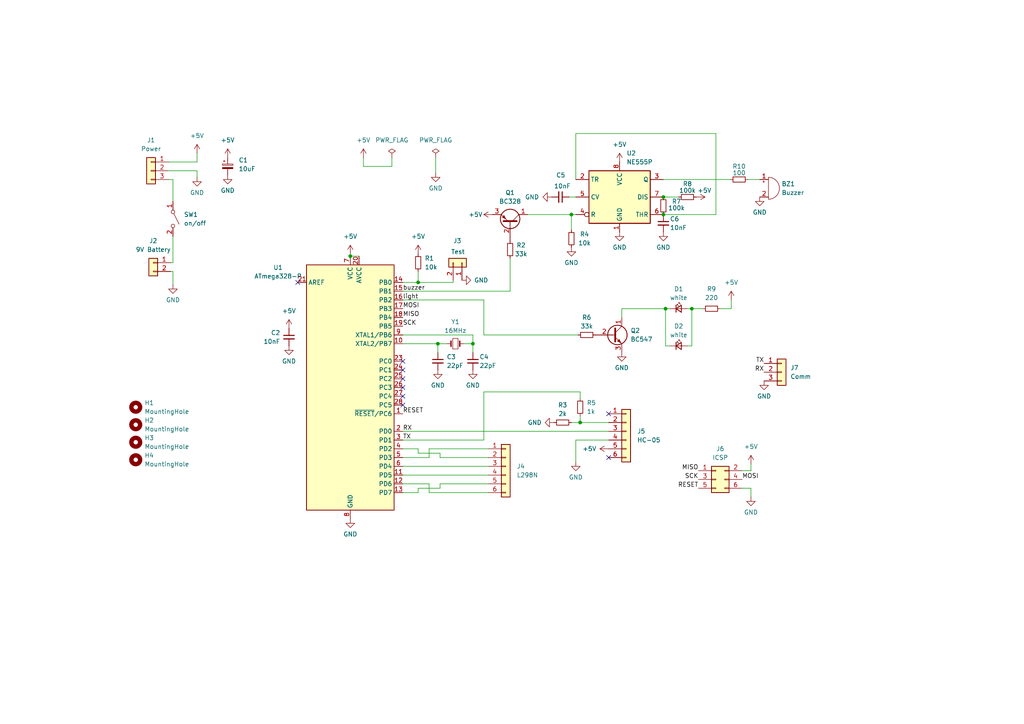
<source format=kicad_sch>
(kicad_sch (version 20211123) (generator eeschema)
  (paper "A4")
  (lib_symbols
    (symbol "Connector_Generic:Conn_01x02" (pin_names (offset 1.016) hide)
      (property "Reference" "J" (at 0 2.54 0))
      (property "Value" "Conn_01x02" (at 0 -5.08 0))
      (symbol "Conn_01x02_1_1"
        (rectangle (start -1.27 -2.413) (end 0 -2.667) (stroke (width 0.1524)))
        (rectangle (start -1.27 0.127) (end 0 -0.127) (stroke (width 0.1524)))
        (rectangle (start -1.27 1.27) (end 1.27 -3.81) (stroke (width 0.254)) (fill (type background)))
        (pin passive line (at -5.08 0 0) (length 3.81) (name "Pin_1") (number "1"))
        (pin passive line (at -5.08 -2.54 0) (length 3.81) (name "Pin_2") (number "2"))
      )
    )
    (symbol "Connector_Generic:Conn_01x03" (pin_names (offset 1.016) hide)
      (property "Reference" "J" (at 0 5.08 0))
      (property "Value" "Conn_01x03" (at 0 -5.08 0))
      (symbol "Conn_01x03_1_1"
        (rectangle (start -1.27 -2.413) (end 0 -2.667) (stroke (width 0.1524)))
        (rectangle (start -1.27 0.127) (end 0 -0.127) (stroke (width 0.1524)))
        (rectangle (start -1.27 2.667) (end 0 2.413) (stroke (width 0.1524)))
        (rectangle (start -1.27 3.81) (end 1.27 -3.81) (stroke (width 0.254)) (fill (type background)))
        (pin passive line (at -5.08 2.54 0) (length 3.81) (name "Pin_1") (number "1"))
        (pin passive line (at -5.08 0 0) (length 3.81) (name "Pin_2") (number "2"))
        (pin passive line (at -5.08 -2.54 0) (length 3.81) (name "Pin_3") (number "3"))
      )
    )
    (symbol "Connector_Generic:Conn_01x06" (pin_names (offset 1.016) hide)
      (property "Reference" "J" (at 0 7.62 0))
      (property "Value" "Conn_01x06" (at 0 -10.16 0))
      (symbol "Conn_01x06_1_1"
        (rectangle (start -1.27 -7.493) (end 0 -7.747) (stroke (width 0.1524)))
        (rectangle (start -1.27 -4.953) (end 0 -5.207) (stroke (width 0.1524)))
        (rectangle (start -1.27 -2.413) (end 0 -2.667) (stroke (width 0.1524)))
        (rectangle (start -1.27 0.127) (end 0 -0.127) (stroke (width 0.1524)))
        (rectangle (start -1.27 2.667) (end 0 2.413) (stroke (width 0.1524)))
        (rectangle (start -1.27 5.207) (end 0 4.953) (stroke (width 0.1524)))
        (rectangle (start -1.27 6.35) (end 1.27 -8.89) (stroke (width 0.254)) (fill (type background)))
        (pin passive line (at -5.08 5.08 0) (length 3.81) (name "Pin_1") (number "1"))
        (pin passive line (at -5.08 2.54 0) (length 3.81) (name "Pin_2") (number "2"))
        (pin passive line (at -5.08 0 0) (length 3.81) (name "Pin_3") (number "3"))
        (pin passive line (at -5.08 -2.54 0) (length 3.81) (name "Pin_4") (number "4"))
        (pin passive line (at -5.08 -5.08 0) (length 3.81) (name "Pin_5") (number "5"))
        (pin passive line (at -5.08 -7.62 0) (length 3.81) (name "Pin_6") (number "6"))
      )
    )
    (symbol "Connector_Generic:Conn_02x03_Odd_Even" (pin_names (offset 1.016) hide)
      (property "Reference" "J" (at 1.27 5.08 0))
      (property "Value" "Conn_02x03_Odd_Even" (at 1.27 -5.08 0))
      (symbol "Conn_02x03_Odd_Even_1_1"
        (rectangle (start -1.27 -2.413) (end 0 -2.667) (stroke (width 0.1524)))
        (rectangle (start -1.27 0.127) (end 0 -0.127) (stroke (width 0.1524)))
        (rectangle (start -1.27 2.667) (end 0 2.413) (stroke (width 0.1524)))
        (rectangle (start -1.27 3.81) (end 3.81 -3.81) (stroke (width 0.254)) (fill (type background)))
        (rectangle (start 3.81 -2.413) (end 2.54 -2.667) (stroke (width 0.1524)))
        (rectangle (start 3.81 0.127) (end 2.54 -0.127) (stroke (width 0.1524)))
        (rectangle (start 3.81 2.667) (end 2.54 2.413) (stroke (width 0.1524)))
        (pin passive line (at -5.08 2.54 0) (length 3.81) (name "Pin_1") (number "1"))
        (pin passive line (at 7.62 2.54 180) (length 3.81) (name "Pin_2") (number "2"))
        (pin passive line (at -5.08 0 0) (length 3.81) (name "Pin_3") (number "3"))
        (pin passive line (at 7.62 0 180) (length 3.81) (name "Pin_4") (number "4"))
        (pin passive line (at -5.08 -2.54 0) (length 3.81) (name "Pin_5") (number "5"))
        (pin passive line (at 7.62 -2.54 180) (length 3.81) (name "Pin_6") (number "6"))
      )
    )
    (symbol "Device:Buzzer" (pin_names (offset 0.0254) hide)
      (property "Reference" "BZ" (at 3.81 1.27 0))
      (property "Value" "Buzzer" (at 3.81 -1.27 0))
      (symbol "Buzzer_0_1"
        (arc (start 0 -3.175) (mid 3.175 0) (end 0 3.175))
        (polyline (pts (xy -1.651 1.905) (xy -1.143 1.905)))
        (polyline (pts (xy -1.397 2.159) (xy -1.397 1.651)))
        (polyline (pts (xy 0 3.175) (xy 0 -3.175)))
      )
      (symbol "Buzzer_1_1"
        (pin passive line (at -2.54 2.54 0) (length 2.54) (name "-") (number "1"))
        (pin passive line (at -2.54 -2.54 0) (length 2.54) (name "+") (number "2"))
      )
    )
    (symbol "Device:C_Polarized_Small" (pin_numbers hide) (pin_names (offset 0.254) hide)
      (property "Reference" "C" (at 0.254 1.778 0))
      (property "Value" "C_Polarized_Small" (at 0.254 -2.032 0))
      (symbol "C_Polarized_Small_0_1"
        (rectangle (start -1.524 -0.3048) (end 1.524 -0.6858) (fill (type outline)))
        (rectangle (start -1.524 0.6858) (end 1.524 0.3048))
        (polyline (pts (xy -1.27 1.524) (xy -0.762 1.524)))
        (polyline (pts (xy -1.016 1.27) (xy -1.016 1.778)))
      )
      (symbol "C_Polarized_Small_1_1"
        (pin passive line (at 0 2.54 270) (length 1.8542) (name "~") (number "1"))
        (pin passive line (at 0 -2.54 90) (length 1.8542) (name "~") (number "2"))
      )
    )
    (symbol "Device:C_Small" (pin_numbers hide) (pin_names (offset 0.254) hide)
      (property "Reference" "C" (at 0.254 1.778 0))
      (property "Value" "C_Small" (at 0.254 -2.032 0))
      (symbol "C_Small_0_1"
        (polyline (pts (xy -1.524 -0.508) (xy 1.524 -0.508)) (stroke (width 0.3302)))
        (polyline (pts (xy -1.524 0.508) (xy 1.524 0.508)) (stroke (width 0.3048)))
      )
      (symbol "C_Small_1_1"
        (pin passive line (at 0 2.54 270) (length 2.032) (name "~") (number "1"))
        (pin passive line (at 0 -2.54 90) (length 2.032) (name "~") (number "2"))
      )
    )
    (symbol "Device:Crystal_Small" (pin_numbers hide) (pin_names (offset 1.016) hide)
      (property "Reference" "Y" (at 0 2.54 0))
      (property "Value" "Crystal_Small" (at 0 -2.54 0))
      (symbol "Crystal_Small_0_1"
        (rectangle (start -0.762 -1.524) (end 0.762 1.524))
        (polyline (pts (xy -1.27 -0.762) (xy -1.27 0.762)) (stroke (width 0.381)))
        (polyline (pts (xy 1.27 -0.762) (xy 1.27 0.762)) (stroke (width 0.381)))
      )
      (symbol "Crystal_Small_1_1"
        (pin passive line (at -2.54 0 0) (length 1.27) (name "1") (number "1"))
        (pin passive line (at 2.54 0 180) (length 1.27) (name "2") (number "2"))
      )
    )
    (symbol "Device:LED_Small" (pin_numbers hide) (pin_names (offset 0.254) hide)
      (property "Reference" "D" (at -1.27 3.175 0))
      (property "Value" "LED_Small" (at -4.445 -2.54 0))
      (symbol "LED_Small_0_1"
        (polyline (pts (xy -0.762 -1.016) (xy -0.762 1.016)) (stroke (width 0.254)))
        (polyline (pts (xy 1.016 0) (xy -0.762 0)))
        (polyline (pts (xy 0.762 -1.016) (xy -0.762 0) (xy 0.762 1.016) (xy 0.762 -1.016)) (stroke (width 0.254)))
        (polyline (pts (xy 0 0.762) (xy -0.508 1.27) (xy -0.254 1.27) (xy -0.508 1.27) (xy -0.508 1.016)))
        (polyline (pts (xy 0.508 1.27) (xy 0 1.778) (xy 0.254 1.778) (xy 0 1.778) (xy 0 1.524)))
      )
      (symbol "LED_Small_1_1"
        (pin passive line (at -2.54 0 0) (length 1.778) (name "K") (number "1"))
        (pin passive line (at 2.54 0 180) (length 1.778) (name "A") (number "2"))
      )
    )
    (symbol "Device:R_Small" (pin_numbers hide) (pin_names (offset 0.254) hide)
      (property "Reference" "R" (at 0.762 0.508 0))
      (property "Value" "R_Small" (at 0.762 -1.016 0))
      (symbol "R_Small_0_1"
        (rectangle (start -0.762 1.778) (end 0.762 -1.778) (stroke (width 0.2032)))
      )
      (symbol "R_Small_1_1"
        (pin passive line (at 0 2.54 270) (length 0.762) (name "~") (number "1"))
        (pin passive line (at 0 -2.54 90) (length 0.762) (name "~") (number "2"))
      )
    )
    (symbol "MCU_Microchip_ATmega:ATmega328-P"
      (property "Reference" "U" (at -12.7 36.83 0))
      (property "Value" "ATmega328-P" (at 2.54 -36.83 0))
      (symbol "ATmega328-P_0_1"
        (rectangle (start -12.7 -35.56) (end 12.7 35.56) (stroke (width 0.254)) (fill (type background)))
      )
      (symbol "ATmega328-P_1_1"
        (pin bidirectional line (at 15.24 -7.62 180) (length 2.54) (name "~{RESET}/PC6") (number "1"))
        (pin bidirectional line (at 15.24 12.7 180) (length 2.54) (name "XTAL2/PB7") (number "10"))
        (pin bidirectional line (at 15.24 -25.4 180) (length 2.54) (name "PD5") (number "11"))
        (pin bidirectional line (at 15.24 -27.94 180) (length 2.54) (name "PD6") (number "12"))
        (pin bidirectional line (at 15.24 -30.48 180) (length 2.54) (name "PD7") (number "13"))
        (pin bidirectional line (at 15.24 30.48 180) (length 2.54) (name "PB0") (number "14"))
        (pin bidirectional line (at 15.24 27.94 180) (length 2.54) (name "PB1") (number "15"))
        (pin bidirectional line (at 15.24 25.4 180) (length 2.54) (name "PB2") (number "16"))
        (pin bidirectional line (at 15.24 22.86 180) (length 2.54) (name "PB3") (number "17"))
        (pin bidirectional line (at 15.24 20.32 180) (length 2.54) (name "PB4") (number "18"))
        (pin bidirectional line (at 15.24 17.78 180) (length 2.54) (name "PB5") (number "19"))
        (pin bidirectional line (at 15.24 -12.7 180) (length 2.54) (name "PD0") (number "2"))
        (pin power_in line (at 2.54 38.1 270) (length 2.54) (name "AVCC") (number "20"))
        (pin passive line (at -15.24 30.48 0) (length 2.54) (name "AREF") (number "21"))
        (pin passive line (at 0 -38.1 90) (length 2.54) hide (name "GND") (number "22"))
        (pin bidirectional line (at 15.24 7.62 180) (length 2.54) (name "PC0") (number "23"))
        (pin bidirectional line (at 15.24 5.08 180) (length 2.54) (name "PC1") (number "24"))
        (pin bidirectional line (at 15.24 2.54 180) (length 2.54) (name "PC2") (number "25"))
        (pin bidirectional line (at 15.24 0 180) (length 2.54) (name "PC3") (number "26"))
        (pin bidirectional line (at 15.24 -2.54 180) (length 2.54) (name "PC4") (number "27"))
        (pin bidirectional line (at 15.24 -5.08 180) (length 2.54) (name "PC5") (number "28"))
        (pin bidirectional line (at 15.24 -15.24 180) (length 2.54) (name "PD1") (number "3"))
        (pin bidirectional line (at 15.24 -17.78 180) (length 2.54) (name "PD2") (number "4"))
        (pin bidirectional line (at 15.24 -20.32 180) (length 2.54) (name "PD3") (number "5"))
        (pin bidirectional line (at 15.24 -22.86 180) (length 2.54) (name "PD4") (number "6"))
        (pin power_in line (at 0 38.1 270) (length 2.54) (name "VCC") (number "7"))
        (pin power_in line (at 0 -38.1 90) (length 2.54) (name "GND") (number "8"))
        (pin bidirectional line (at 15.24 15.24 180) (length 2.54) (name "XTAL1/PB6") (number "9"))
      )
    )
    (symbol "Mechanical:MountingHole" (pin_names (offset 1.016))
      (property "Reference" "H" (at 0 5.08 0))
      (property "Value" "MountingHole" (at 0 3.175 0))
      (symbol "MountingHole_0_1"
        (circle (center 0 0) (radius 1.27) (stroke (width 1.27)))
      )
    )
    (symbol "Switch:SW_SPST" (pin_names (offset 0) hide)
      (property "Reference" "SW" (at 0 3.175 0))
      (property "Value" "SW_SPST" (at 0 -2.54 0))
      (symbol "SW_SPST_0_0"
        (circle (center -2.032 0) (radius 0.508))
        (polyline (pts (xy -1.524 0.254) (xy 1.524 1.778)))
        (circle (center 2.032 0) (radius 0.508))
      )
      (symbol "SW_SPST_1_1"
        (pin passive line (at -5.08 0 0) (length 2.54) (name "A") (number "1"))
        (pin passive line (at 5.08 0 180) (length 2.54) (name "B") (number "2"))
      )
    )
    (symbol "Timer:NE555P"
      (property "Reference" "U" (at -10.16 8.89 0))
      (property "Value" "NE555P" (at 2.54 8.89 0))
      (symbol "NE555P_0_0"
        (pin power_in line (at 0 -10.16 90) (length 2.54) (name "GND") (number "1"))
        (pin power_in line (at 0 10.16 270) (length 2.54) (name "VCC") (number "8"))
      )
      (symbol "NE555P_0_1"
        (rectangle (start -8.89 -7.62) (end 8.89 7.62) (stroke (width 0.254)) (fill (type background)))
        (rectangle (start -8.89 -7.62) (end 8.89 7.62) (stroke (width 0.254)) (fill (type background)))
      )
      (symbol "NE555P_1_1"
        (pin input line (at -12.7 5.08 0) (length 3.81) (name "TR") (number "2"))
        (pin output line (at 12.7 5.08 180) (length 3.81) (name "Q") (number "3"))
        (pin input inverted (at -12.7 -5.08 0) (length 3.81) (name "R") (number "4"))
        (pin input line (at -12.7 0 0) (length 3.81) (name "CV") (number "5"))
        (pin input line (at 12.7 -5.08 180) (length 3.81) (name "THR") (number "6"))
        (pin input line (at 12.7 0 180) (length 3.81) (name "DIS") (number "7"))
      )
    )
    (symbol "Transistor_BJT:BC328" (pin_names (offset 0) hide)
      (property "Reference" "Q" (at 5.08 1.905 0))
      (property "Value" "BC328" (at 5.08 0 0))
      (symbol "BC328_0_1"
        (polyline (pts (xy 0.635 0.635) (xy 2.54 2.54)))
        (polyline (pts (xy 0.635 -0.635) (xy 2.54 -2.54) (xy 2.54 -2.54)))
        (polyline (pts (xy 0.635 1.905) (xy 0.635 -1.905) (xy 0.635 -1.905)) (stroke (width 0.508)))
        (polyline (pts (xy 2.286 -1.778) (xy 1.778 -2.286) (xy 1.27 -1.27) (xy 2.286 -1.778) (xy 2.286 -1.778)) (fill (type outline)))
        (circle (center 1.27 0) (radius 2.8194) (stroke (width 0.254)))
      )
      (symbol "BC328_1_1"
        (pin passive line (at 2.54 5.08 270) (length 2.54) (name "C") (number "1"))
        (pin input line (at -5.08 0 0) (length 5.715) (name "B") (number "2"))
        (pin passive line (at 2.54 -5.08 90) (length 2.54) (name "E") (number "3"))
      )
    )
    (symbol "Transistor_BJT:BC547" (pin_names (offset 0) hide)
      (property "Reference" "Q" (at 5.08 1.905 0))
      (property "Value" "BC547" (at 5.08 0 0))
      (symbol "BC547_0_1"
        (polyline (pts (xy 0 0) (xy 0.635 0)))
        (polyline (pts (xy 0.635 0.635) (xy 2.54 2.54)))
        (polyline (pts (xy 0.635 -0.635) (xy 2.54 -2.54) (xy 2.54 -2.54)))
        (polyline (pts (xy 0.635 1.905) (xy 0.635 -1.905) (xy 0.635 -1.905)) (stroke (width 0.508)))
        (polyline (pts (xy 1.27 -1.778) (xy 1.778 -1.27) (xy 2.286 -2.286) (xy 1.27 -1.778) (xy 1.27 -1.778)) (fill (type outline)))
        (circle (center 1.27 0) (radius 2.8194) (stroke (width 0.254)))
      )
      (symbol "BC547_1_1"
        (pin passive line (at 2.54 5.08 270) (length 2.54) (name "C") (number "1"))
        (pin input line (at -5.08 0 0) (length 5.08) (name "B") (number "2"))
        (pin passive line (at 2.54 -5.08 90) (length 2.54) (name "E") (number "3"))
      )
    )
    (symbol "power:+5V" (power) (pin_names (offset 0))
      (property "Value" "+5V" (at 0 3.556 0))
      (symbol "+5V_0_1"
        (polyline (pts (xy -0.762 1.27) (xy 0 2.54)))
        (polyline (pts (xy 0 0) (xy 0 2.54)))
        (polyline (pts (xy 0 2.54) (xy 0.762 1.27)))
      )
      (symbol "+5V_1_1"
        (pin power_in line (at 0 0 90) (length 0) hide (name "+5V") (number "1"))
      )
    )
    (symbol "power:GND" (power) (pin_names (offset 0))
      (property "Value" "GND" (at 0 -3.81 0))
      (symbol "GND_0_1"
        (polyline (pts (xy 0 0) (xy 0 -1.27) (xy 1.27 -1.27) (xy 0 -2.54) (xy -1.27 -1.27) (xy 0 -1.27)))
      )
      (symbol "GND_1_1"
        (pin power_in line (at 0 0 270) (length 0) hide (name "GND") (number "1"))
      )
    )
    (symbol "power:PWR_FLAG" (power) (pin_numbers hide) (pin_names (offset 0) hide)
      (property "Value" "PWR_FLAG" (at 0 3.81 0))
      (symbol "PWR_FLAG_0_0"
        (pin power_out line (at 0 0 90) (length 0) (name "pwr") (number "1"))
      )
      (symbol "PWR_FLAG_0_1"
        (polyline (pts (xy 0 0) (xy 0 1.27) (xy -1.016 1.905) (xy 0 2.54) (xy 1.016 1.905) (xy 0 1.27)))
      )
    )
  )
  (junction (at 192.405 62.23))
  (junction (at 101.6 74.295))
  (junction (at 193.04 89.535))
  (junction (at 127 99.695))
  (junction (at 165.735 62.23))
  (junction (at 168.275 122.555))
  (junction (at 200.66 89.535))
  (junction (at 137.16 99.695))
  (junction (at 192.405 57.15))
  (junction (at 121.285 81.915))
  (no_connect (at 116.84 109.855))
  (no_connect (at 116.84 112.395))
  (no_connect (at 116.84 114.935))
  (no_connect (at 116.84 117.475))
  (no_connect (at 86.36 81.915))
  (no_connect (at 116.84 107.315))
  (no_connect (at 116.84 104.775))
  (no_connect (at 176.53 120.015))
  (no_connect (at 176.53 132.715))
  (wire (pts (xy 137.16 97.155) (xy 137.16 99.695)))
  (wire (pts (xy 153.035 62.23) (xy 165.735 62.23)))
  (wire (pts (xy 121.285 81.915) (xy 131.445 81.915)))
  (wire (pts (xy 147.955 84.455) (xy 116.84 84.455)))
  (wire (pts (xy 116.84 137.795) (xy 141.605 137.795)))
  (wire (pts (xy 127.635 140.335) (xy 141.605 140.335)))
  (wire (pts (xy 116.84 142.875) (xy 121.285 142.875)))
  (wire (pts (xy 124.46 132.715) (xy 116.84 132.715)))
  (wire (pts (xy 167.005 52.07) (xy 167.005 38.735)))
  (wire (pts (xy 199.39 89.535) (xy 200.66 89.535)))
  (wire (pts (xy 116.84 99.695) (xy 127 99.695)))
  (wire (pts (xy 116.84 86.995) (xy 140.335 86.995)))
  (wire (pts (xy 121.285 78.74) (xy 121.285 81.915)))
  (wire (pts (xy 192.405 52.07) (xy 211.836 52.07)))
  (wire (pts (xy 116.84 125.095) (xy 176.53 125.095)))
  (wire (pts (xy 176.53 127.635) (xy 167.005 127.635)))
  (wire (pts (xy 50.165 52.07) (xy 50.165 58.42)))
  (wire (pts (xy 192.405 57.15) (xy 196.85 57.15)))
  (wire (pts (xy 116.84 140.335) (xy 124.46 140.335)))
  (wire (pts (xy 57.15 49.53) (xy 57.15 51.435)))
  (wire (pts (xy 48.895 52.07) (xy 50.165 52.07)))
  (wire (pts (xy 208.915 89.535) (xy 212.09 89.535)))
  (wire (pts (xy 193.04 89.535) (xy 194.31 89.535)))
  (wire (pts (xy 48.895 46.99) (xy 57.15 46.99)))
  (wire (pts (xy 116.84 81.915) (xy 121.285 81.915)))
  (wire (pts (xy 168.275 113.665) (xy 140.335 113.665)))
  (wire (pts (xy 116.84 97.155) (xy 137.16 97.155)))
  (wire (pts (xy 200.66 89.535) (xy 200.66 100.33)))
  (wire (pts (xy 147.955 74.93) (xy 147.955 84.455)))
  (wire (pts (xy 48.895 49.53) (xy 57.15 49.53)))
  (wire (pts (xy 105.41 48.26) (xy 113.665 48.26)))
  (wire (pts (xy 127 99.695) (xy 129.54 99.695)))
  (wire (pts (xy 141.605 130.175) (xy 124.46 130.175)))
  (wire (pts (xy 124.46 142.875) (xy 141.605 142.875)))
  (wire (pts (xy 105.41 45.72) (xy 105.41 48.26)))
  (wire (pts (xy 167.005 127.635) (xy 167.005 133.985)))
  (wire (pts (xy 165.1 57.15) (xy 167.005 57.15)))
  (wire (pts (xy 127 99.695) (xy 127 102.235)))
  (wire (pts (xy 194.31 100.33) (xy 193.04 100.33)))
  (wire (pts (xy 116.84 130.175) (xy 121.285 130.175)))
  (wire (pts (xy 101.6 73.66) (xy 101.6 74.295)))
  (wire (pts (xy 212.09 86.995) (xy 212.09 89.535)))
  (wire (pts (xy 165.735 62.23) (xy 165.735 66.675)))
  (wire (pts (xy 217.805 136.525) (xy 217.805 134.62)))
  (wire (pts (xy 113.665 48.26) (xy 113.665 45.72)))
  (wire (pts (xy 124.46 130.175) (xy 124.46 132.715)))
  (wire (pts (xy 215.265 136.525) (xy 217.805 136.525)))
  (wire (pts (xy 57.15 46.99) (xy 57.15 44.45)))
  (wire (pts (xy 137.16 99.695) (xy 137.16 102.235)))
  (wire (pts (xy 140.335 97.155) (xy 140.335 86.995)))
  (wire (pts (xy 134.62 99.695) (xy 137.16 99.695)))
  (wire (pts (xy 124.46 140.335) (xy 124.46 142.875)))
  (wire (pts (xy 121.285 141.605) (xy 127.635 141.605)))
  (wire (pts (xy 168.275 122.555) (xy 176.53 122.555)))
  (wire (pts (xy 127.635 132.715) (xy 141.605 132.715)))
  (wire (pts (xy 193.04 89.535) (xy 193.04 100.33)))
  (wire (pts (xy 127.635 140.335) (xy 127.635 141.605)))
  (wire (pts (xy 207.645 38.735) (xy 207.645 62.23)))
  (wire (pts (xy 126.365 45.72) (xy 126.365 50.165)))
  (wire (pts (xy 180.34 89.535) (xy 193.04 89.535)))
  (wire (pts (xy 167.005 38.735) (xy 207.645 38.735)))
  (wire (pts (xy 131.445 81.28) (xy 131.445 81.915)))
  (wire (pts (xy 50.165 78.74) (xy 49.53 78.74)))
  (wire (pts (xy 199.39 100.33) (xy 200.66 100.33)))
  (wire (pts (xy 168.275 115.57) (xy 168.275 113.665)))
  (wire (pts (xy 50.165 82.55) (xy 50.165 78.74)))
  (wire (pts (xy 200.66 89.535) (xy 203.835 89.535)))
  (wire (pts (xy 167.005 62.23) (xy 165.735 62.23)))
  (wire (pts (xy 50.165 68.58) (xy 50.165 76.2)))
  (wire (pts (xy 216.916 52.07) (xy 220.345 52.07)))
  (wire (pts (xy 140.335 113.665) (xy 140.335 127.635)))
  (wire (pts (xy 140.335 97.155) (xy 167.64 97.155)))
  (wire (pts (xy 215.265 141.605) (xy 217.805 141.605)))
  (wire (pts (xy 121.285 142.875) (xy 121.285 141.605)))
  (wire (pts (xy 116.84 135.255) (xy 141.605 135.255)))
  (wire (pts (xy 121.285 131.445) (xy 127.635 131.445)))
  (wire (pts (xy 207.645 62.23) (xy 192.405 62.23)))
  (wire (pts (xy 49.53 76.2) (xy 50.165 76.2)))
  (wire (pts (xy 168.275 120.65) (xy 168.275 122.555)))
  (wire (pts (xy 165.735 122.555) (xy 168.275 122.555)))
  (wire (pts (xy 180.34 89.535) (xy 180.34 92.075)))
  (wire (pts (xy 217.805 141.605) (xy 217.805 144.145)))
  (wire (pts (xy 101.6 74.295) (xy 104.14 74.295)))
  (wire (pts (xy 121.285 130.175) (xy 121.285 131.445)))
  (wire (pts (xy 127.635 132.715) (xy 127.635 131.445)))
  (wire (pts (xy 140.335 127.635) (xy 116.84 127.635)))
  (label "light" (at 116.84 86.995 0))
  (label "TX" (at 221.615 105.41 180))
  (label "RX" (at 221.615 107.95 180))
  (label "MISO" (at 116.84 92.075 0))
  (label "MOSI" (at 116.84 89.535 0))
  (label "TX" (at 116.84 127.635 0))
  (label "RESET" (at 202.565 141.605 180))
  (label "MOSI" (at 215.265 139.065 0))
  (label "buzzer" (at 116.84 84.455 0))
  (label "RESET" (at 116.84 120.015 0))
  (label "SCK" (at 116.84 94.615 0))
  (label "MISO" (at 202.565 136.525 180))
  (label "RX" (at 116.84 125.095 0))
  (label "SCK" (at 202.565 139.065 180))
  (symbol (lib_id "Mechanical:MountingHole") (at 39.37 128.27 0) (unit 1)
    (property "Reference" "H3" (at 41.91 126.9999 0) (effects (justify left)))
    (property "Value" "MountingHole" (at 41.91 129.5399 0) (effects (justify left)))
    (property "Footprint" "MountingHole:MountingHole_3mm" (effects hide))
  )
  (symbol (lib_id "power:GND") (at 57.15 51.435 0) (unit 1)
    (property "Reference" "#PWR03" (effects hide))
    (property "Value" "GND" (at 57.15 55.88 0))
  )
  (symbol (lib_id "power:+5V") (at 66.04 45.72 0) (unit 1)
    (property "Reference" "#PWR04" (effects hide))
    (property "Value" "+5V" (at 66.04 40.64 0))
  )
  (symbol (lib_id "power:GND") (at 220.345 57.15 0) (unit 1)
    (property "Reference" "#PWR030" (effects hide))
    (property "Value" "GND" (at 220.345 61.595 0))
  )
  (symbol (lib_id "power:+5V") (at 121.285 73.66 0) (unit 1)
    (property "Reference" "#PWR011" (effects hide))
    (property "Value" "+5V" (at 121.285 68.58 0))
  )
  (symbol (lib_id "power:+5V") (at 142.875 62.23 90) (unit 1)
    (property "Reference" "#PWR016" (effects hide))
    (property "Value" "+5V" (at 135.89 62.23 90) (effects (justify right)))
  )
  (symbol (lib_id "power:GND") (at 137.16 107.315 0) (unit 1)
    (property "Reference" "#PWR015" (effects hide))
    (property "Value" "GND" (at 137.16 111.76 0))
  )
  (symbol (lib_id "power:GND") (at 50.165 82.55 0) (unit 1)
    (property "Reference" "#PWR01" (effects hide))
    (property "Value" "GND" (at 50.165 86.995 0))
  )
  (symbol (lib_id "Device:C_Small") (at 127 104.775 0) (unit 1)
    (property "Reference" "C3" (at 129.54 103.505 0) (effects (justify left)))
    (property "Value" "22pF" (at 129.54 106.045 0) (effects (justify left)))
    (property "Footprint" "Capacitor_THT:C_Disc_D3.0mm_W2.0mm_P2.50mm" (effects hide))
  )
  (symbol (lib_id "power:GND") (at 221.615 110.49 0) (unit 1)
    (property "Reference" "#PWR031" (effects hide))
    (property "Value" "GND" (at 221.615 114.935 0))
  )
  (symbol (lib_id "power:GND") (at 126.365 50.165 0) (unit 1)
    (property "Reference" "#PWR012" (effects hide))
    (property "Value" "GND" (at 126.365 54.61 0))
  )
  (symbol (lib_id "Mechanical:MountingHole") (at 39.37 133.35 0) (unit 1)
    (property "Reference" "H4" (at 41.91 132.0799 0) (effects (justify left)))
    (property "Value" "MountingHole" (at 41.91 134.6199 0) (effects (justify left)))
    (property "Footprint" "MountingHole:MountingHole_3mm" (effects hide))
  )
  (symbol (lib_id "power:+5V") (at 101.6 73.66 0) (unit 1)
    (property "Reference" "#PWR08" (effects hide))
    (property "Value" "+5V" (at 101.6 68.58 0))
  )
  (symbol (lib_id "power:+5V") (at 83.82 95.25 0) (unit 1)
    (property "Reference" "#PWR06" (effects hide))
    (property "Value" "+5V" (at 83.82 90.17 0))
  )
  (symbol (lib_id "power:GND") (at 160.02 57.15 270) (unit 1)
    (property "Reference" "#PWR017" (effects hide))
    (property "Value" "GND" (at 154.305 57.15 90))
  )
  (symbol (lib_id "power:+5V") (at 217.805 134.62 0) (unit 1)
    (property "Reference" "#PWR028" (effects hide))
    (property "Value" "+5V" (at 217.805 129.54 0))
  )
  (symbol (lib_id "power:+5V") (at 201.93 57.15 270) (mirror x) (unit 1)
    (property "Reference" "#PWR026" (effects hide))
    (property "Value" "+5V" (at 206.375 55.245 90) (effects (justify right)))
  )
  (symbol (lib_id "Device:R_Small") (at 192.405 59.69 0) (unit 1)
    (property "Reference" "R7" (at 196.215 58.42 0))
    (property "Value" "100k" (at 196.215 60.325 0))
    (property "Footprint" "Resistor_THT:R_Axial_DIN0207_L6.3mm_D2.5mm_P7.62mm_Horizontal" (effects hide))
  )
  (symbol (lib_id "Transistor_BJT:BC328") (at 147.955 64.77 270) (mirror x) (unit 1)
    (property "Reference" "Q1" (at 147.955 55.88 90))
    (property "Value" "BC328" (at 147.955 58.42 90))
    (property "Footprint" "Package_TO_SOT_THT:TO-92_Inline" (effects hide))
    (property "Datasheet" "http://www.redrok.com/PNP_BC327_-45V_-800mA_0.625W_Hfe100_TO-92.pdf" (effects hide))
  )
  (symbol (lib_id "power:+5V") (at 179.705 46.99 0) (unit 1)
    (property "Reference" "#PWR022" (effects hide))
    (property "Value" "+5V" (at 179.705 41.91 0))
  )
  (symbol (lib_id "Device:R_Small") (at 147.955 72.39 180) (unit 1)
    (property "Reference" "R2" (at 151.13 71.12 0))
    (property "Value" "33k" (at 151.13 73.66 0))
    (property "Footprint" "Resistor_THT:R_Axial_DIN0207_L6.3mm_D2.5mm_P7.62mm_Horizontal" (effects hide))
  )
  (symbol (lib_id "power:GND") (at 192.405 67.31 0) (unit 1)
    (property "Reference" "#PWR025" (effects hide))
    (property "Value" "GND" (at 192.405 71.755 0))
  )
  (symbol (lib_id "Device:R_Small") (at 168.275 118.11 0) (unit 1)
    (property "Reference" "R5" (at 170.18 116.8399 0) (effects (justify left)))
    (property "Value" "1k" (at 170.18 119.3799 0) (effects (justify left)))
    (property "Footprint" "Resistor_THT:R_Axial_DIN0207_L6.3mm_D2.5mm_P7.62mm_Horizontal" (effects hide))
  )
  (symbol (lib_id "power:+5V") (at 105.41 45.72 0) (unit 1)
    (property "Reference" "#PWR010" (effects hide))
    (property "Value" "+5V" (at 105.41 40.64 0))
  )
  (symbol (lib_id "Device:C_Small") (at 162.56 57.15 270) (unit 1)
    (property "Reference" "C5" (at 161.29 50.8 90) (effects (justify left)))
    (property "Value" "10nF" (at 160.655 53.975 90) (effects (justify left)))
    (property "Footprint" "Capacitor_THT:C_Disc_D3.0mm_W2.0mm_P2.50mm" (effects hide))
  )
  (symbol (lib_id "power:PWR_FLAG") (at 126.365 45.72 0) (unit 1)
    (property "Reference" "#FLG02" (effects hide))
    (property "Value" "PWR_FLAG" (at 126.365 40.64 0))
  )
  (symbol (lib_id "Connector_Generic:Conn_01x06") (at 146.685 135.255 0) (unit 1)
    (property "Reference" "J4" (at 149.86 135.2549 0) (effects (justify left)))
    (property "Value" "L298N" (at 149.86 137.7949 0) (effects (justify left)))
    (property "Footprint" "Connector_PinHeader_2.54mm:PinHeader_1x06_P2.54mm_Vertical" (effects hide))
  )
  (symbol (lib_id "Device:C_Small") (at 83.82 97.79 0) (mirror y) (unit 1)
    (property "Reference" "C2" (at 81.28 96.52 0) (effects (justify left)))
    (property "Value" "10nF" (at 81.28 99.06 0) (effects (justify left)))
    (property "Footprint" "Capacitor_THT:C_Disc_D3.0mm_W2.0mm_P2.50mm" (effects hide))
  )
  (symbol (lib_id "Connector_Generic:Conn_01x02") (at 44.45 76.2 0) (mirror y) (unit 1)
    (property "Reference" "J2" (at 44.45 69.85 0))
    (property "Value" "9V Battery" (at 44.45 72.39 0))
    (property "Footprint" "Connector_PinHeader_2.54mm:PinHeader_1x02_P2.54mm_Vertical" (effects hide))
  )
  (symbol (lib_id "Switch:SW_SPST") (at 50.165 63.5 270) (unit 1)
    (property "Reference" "SW1" (at 53.34 62.2299 90) (effects (justify left)))
    (property "Value" "on/off" (at 53.34 64.7699 90) (effects (justify left)))
    (property "Footprint" "Button_Switch_THT:SW_CW_GPTS203211B" (effects hide))
  )
  (symbol (lib_id "power:GND") (at 127 107.315 0) (unit 1)
    (property "Reference" "#PWR013" (effects hide))
    (property "Value" "GND" (at 127 111.76 0))
  )
  (symbol (lib_id "Timer:NE555P") (at 179.705 57.15 0) (unit 1)
    (property "Reference" "U2" (at 181.7244 44.45 0) (effects (justify left)))
    (property "Value" "NE555P" (at 181.7244 46.99 0) (effects (justify left)))
    (property "Footprint" "Package_DIP:DIP-8_W7.62mm_Socket_LongPads" (effects hide))
    (property "Datasheet" "http://www.ti.com/lit/ds/symlink/ne555.pdf" (effects hide))
  )
  (symbol (lib_id "power:+5V") (at 176.53 130.175 90) (unit 1)
    (property "Reference" "#PWR021" (effects hide))
    (property "Value" "+5V" (at 168.91 130.175 90) (effects (justify right)))
  )
  (symbol (lib_id "Connector_Generic:Conn_01x06") (at 181.61 125.095 0) (unit 1)
    (property "Reference" "J5" (at 184.785 125.0949 0) (effects (justify left)))
    (property "Value" "HC-05" (at 184.785 127.6349 0) (effects (justify left)))
    (property "Footprint" "Connector_PinSocket_2.54mm:PinSocket_1x06_P2.54mm_Vertical" (effects hide))
  )
  (symbol (lib_id "Device:R_Small") (at 214.376 52.07 90) (unit 1)
    (property "Reference" "R10" (at 214.376 48.26 90))
    (property "Value" "100" (at 214.376 50.165 90))
    (property "Footprint" "Resistor_THT:R_Axial_DIN0207_L6.3mm_D2.5mm_P7.62mm_Horizontal" (effects hide))
  )
  (symbol (lib_id "Device:C_Small") (at 137.16 104.775 0) (unit 1)
    (property "Reference" "C4" (at 139.065 103.505 0) (effects (justify left)))
    (property "Value" "22pF" (at 139.065 106.045 0) (effects (justify left)))
    (property "Footprint" "Capacitor_THT:C_Disc_D3.0mm_W2.0mm_P2.50mm" (effects hide))
  )
  (symbol (lib_id "power:GND") (at 133.985 81.28 90) (mirror x) (unit 1)
    (property "Reference" "#PWR014" (effects hide))
    (property "Value" "GND" (at 141.605 81.28 90) (effects (justify left)))
  )
  (symbol (lib_id "Transistor_BJT:BC547") (at 177.8 97.155 0) (unit 1)
    (property "Reference" "Q2" (at 182.88 95.8849 0) (effects (justify left)))
    (property "Value" "BC547" (at 182.88 98.4249 0) (effects (justify left)))
    (property "Footprint" "Package_TO_SOT_THT:TO-92_Inline" (effects hide))
    (property "Datasheet" "https://www.onsemi.com/pub/Collateral/BC550-D.pdf" (effects hide))
  )
  (symbol (lib_id "power:GND") (at 83.82 100.33 0) (unit 1)
    (property "Reference" "#PWR07" (effects hide))
    (property "Value" "GND" (at 83.82 104.775 0))
  )
  (symbol (lib_id "Device:R_Small") (at 163.195 122.555 90) (unit 1)
    (property "Reference" "R3" (at 163.195 117.475 90))
    (property "Value" "2k" (at 163.195 120.015 90))
    (property "Footprint" "Resistor_THT:R_Axial_DIN0207_L6.3mm_D2.5mm_P7.62mm_Horizontal" (effects hide))
  )
  (symbol (lib_id "Connector_Generic:Conn_01x03") (at 43.815 49.53 0) (mirror y) (unit 1)
    (property "Reference" "J1" (at 43.815 40.64 0))
    (property "Value" "Power" (at 43.815 43.18 0))
    (property "Footprint" "Connector_PinHeader_2.54mm:PinHeader_1x03_P2.54mm_Vertical" (effects hide))
  )
  (symbol (lib_id "Device:C_Polarized_Small") (at 66.04 48.26 0) (unit 1)
    (property "Reference" "C1" (at 69.215 46.4438 0) (effects (justify left)))
    (property "Value" "10uF" (at 69.215 48.9838 0) (effects (justify left)))
    (property "Footprint" "Capacitor_THT:CP_Radial_D5.0mm_P2.50mm" (effects hide))
  )
  (symbol (lib_id "Device:LED_Small") (at 196.85 100.33 0) (unit 1)
    (property "Reference" "D2" (at 196.85 94.615 0))
    (property "Value" "white" (at 196.85 97.155 0))
    (property "Footprint" "LED_THT:LED_D3.0mm_Clear" (effects hide))
  )
  (symbol (lib_id "power:GND") (at 165.735 71.755 0) (unit 1)
    (property "Reference" "#PWR019" (effects hide))
    (property "Value" "GND" (at 165.735 76.2 0))
  )
  (symbol (lib_id "Connector_Generic:Conn_02x03_Odd_Even") (at 207.645 139.065 0) (unit 1)
    (property "Reference" "J6" (at 208.915 130.175 0))
    (property "Value" "ICSP" (at 208.915 132.715 0))
    (property "Footprint" "Connector_PinHeader_2.54mm:PinHeader_2x03_P2.54mm_Vertical" (effects hide))
  )
  (symbol (lib_id "Device:R_Small") (at 165.735 69.215 180) (unit 1)
    (property "Reference" "R4" (at 169.545 67.945 0))
    (property "Value" "10k" (at 169.545 70.485 0))
    (property "Footprint" "Resistor_THT:R_Axial_DIN0207_L6.3mm_D2.5mm_P7.62mm_Horizontal" (effects hide))
  )
  (symbol (lib_id "Mechanical:MountingHole") (at 39.37 123.19 0) (unit 1)
    (property "Reference" "H2" (at 41.91 121.9199 0) (effects (justify left)))
    (property "Value" "MountingHole" (at 41.91 124.4599 0) (effects (justify left)))
    (property "Footprint" "MountingHole:MountingHole_3mm" (effects hide))
  )
  (symbol (lib_id "power:PWR_FLAG") (at 113.665 45.72 0) (unit 1)
    (property "Reference" "#FLG01" (effects hide))
    (property "Value" "PWR_FLAG" (at 113.665 40.64 0))
  )
  (symbol (lib_id "Device:R_Small") (at 170.18 97.155 90) (unit 1)
    (property "Reference" "R6" (at 170.18 92.075 90))
    (property "Value" "33k" (at 170.18 94.615 90))
    (property "Footprint" "Resistor_THT:R_Axial_DIN0207_L6.3mm_D2.5mm_P7.62mm_Horizontal" (effects hide))
  )
  (symbol (lib_id "power:GND") (at 179.705 67.31 0) (unit 1)
    (property "Reference" "#PWR023" (effects hide))
    (property "Value" "GND" (at 179.705 71.755 0))
  )
  (symbol (lib_id "Device:R_Small") (at 206.375 89.535 90) (unit 1)
    (property "Reference" "R9" (at 206.375 83.82 90))
    (property "Value" "220" (at 206.375 86.36 90))
    (property "Footprint" "Resistor_THT:R_Axial_DIN0207_L6.3mm_D2.5mm_P7.62mm_Horizontal" (effects hide))
  )
  (symbol (lib_id "Device:C_Small") (at 192.405 64.77 0) (unit 1)
    (property "Reference" "C6" (at 194.31 63.5 0) (effects (justify left)))
    (property "Value" "10nF" (at 194.31 66.04 0) (effects (justify left)))
    (property "Footprint" "Capacitor_THT:C_Disc_D3.0mm_W2.0mm_P2.50mm" (effects hide))
  )
  (symbol (lib_id "power:GND") (at 167.005 133.985 0) (unit 1)
    (property "Reference" "#PWR020" (effects hide))
    (property "Value" "GND" (at 167.005 138.43 0))
  )
  (symbol (lib_id "power:+5V") (at 57.15 44.45 0) (unit 1)
    (property "Reference" "#PWR02" (effects hide))
    (property "Value" "+5V" (at 57.15 39.37 0))
  )
  (symbol (lib_id "Device:Buzzer") (at 222.885 54.61 0) (unit 1)
    (property "Reference" "BZ1" (at 226.695 53.3399 0) (effects (justify left)))
    (property "Value" "Buzzer" (at 226.695 55.8799 0) (effects (justify left)))
    (property "Footprint" "Buzzer_Beeper:Buzzer_12x9.5RM7.6" (effects hide))
  )
  (symbol (lib_id "Device:LED_Small") (at 196.85 89.535 0) (unit 1)
    (property "Reference" "D1" (at 196.85 83.82 0))
    (property "Value" "white" (at 196.85 86.36 0))
    (property "Footprint" "LED_THT:LED_D3.0mm_Clear" (effects hide))
  )
  (symbol (lib_id "power:GND") (at 160.655 122.555 270) (unit 1)
    (property "Reference" "#PWR018" (effects hide))
    (property "Value" "GND" (at 153.035 122.555 90) (effects (justify left)))
  )
  (symbol (lib_id "Device:Crystal_Small") (at 132.08 99.695 0) (unit 1)
    (property "Reference" "Y1" (at 132.08 93.345 0))
    (property "Value" "16MHz" (at 132.08 95.885 0))
    (property "Footprint" "Crystal:Crystal_HC49-4H_Vertical" (effects hide))
  )
  (symbol (lib_id "Connector_Generic:Conn_01x02") (at 133.985 76.2 270) (mirror x) (unit 1)
    (property "Reference" "J3" (at 131.445 69.85 90) (effects (justify left)))
    (property "Value" "Test" (at 130.81 73.025 90) (effects (justify left)))
    (property "Footprint" "Connector_PinHeader_2.54mm:PinHeader_1x02_P2.54mm_Vertical" (effects hide))
  )
  (symbol (lib_id "power:GND") (at 66.04 50.8 0) (unit 1)
    (property "Reference" "#PWR05" (effects hide))
    (property "Value" "GND" (at 66.04 55.245 0))
  )
  (symbol (lib_id "Device:R_Small") (at 121.285 76.2 0) (unit 1)
    (property "Reference" "R1" (at 123.19 74.93 0) (effects (justify left)))
    (property "Value" "10k" (at 123.19 77.47 0) (effects (justify left)))
    (property "Footprint" "Resistor_THT:R_Axial_DIN0207_L6.3mm_D2.5mm_P7.62mm_Horizontal" (effects hide))
  )
  (symbol (lib_id "MCU_Microchip_ATmega:ATmega328-P") (at 101.6 112.395 0) (unit 1)
    (property "Reference" "U1" (at 80.645 77.5843 0))
    (property "Value" "ATmega328-P" (at 80.645 80.1243 0))
    (property "Footprint" "Package_DIP:DIP-28_W7.62mm_Socket_LongPads" (effects hide))
    (property "Datasheet" "http://ww1.microchip.com/downloads/en/DeviceDoc/ATmega328_P%20AVR%20MCU%20with%20picoPower%20Technology%20Data%20Sheet%2040001984A.pdf" (effects hide))
  )
  (symbol (lib_id "power:GND") (at 101.6 150.495 0) (unit 1)
    (property "Reference" "#PWR09" (effects hide))
    (property "Value" "GND" (at 101.6 154.94 0))
  )
  (symbol (lib_id "power:+5V") (at 212.09 86.995 0) (unit 1)
    (property "Reference" "#PWR027" (effects hide))
    (property "Value" "+5V" (at 212.09 81.915 0))
  )
  (symbol (lib_id "power:GND") (at 217.805 144.145 0) (unit 1)
    (property "Reference" "#PWR029" (effects hide))
    (property "Value" "GND" (at 217.805 148.59 0))
  )
  (symbol (lib_id "Connector_Generic:Conn_01x03") (at 226.695 107.95 0) (unit 1)
    (property "Reference" "J7" (at 229.235 106.6799 0) (effects (justify left)))
    (property "Value" "Comm" (at 229.235 109.2199 0) (effects (justify left)))
    (property "Footprint" "Connector_PinHeader_2.54mm:PinHeader_1x03_P2.54mm_Vertical" (effects hide))
  )
  (symbol (lib_id "power:GND") (at 180.34 102.235 0) (unit 1)
    (property "Reference" "#PWR024" (effects hide))
    (property "Value" "GND" (at 180.34 106.68 0))
  )
  (symbol (lib_id "Device:R_Small") (at 199.39 57.15 90) (unit 1)
    (property "Reference" "R8" (at 199.39 53.34 90))
    (property "Value" "100k" (at 199.39 55.245 90))
    (property "Footprint" "Resistor_THT:R_Axial_DIN0207_L6.3mm_D2.5mm_P7.62mm_Horizontal" (effects hide))
  )
  (symbol (lib_id "Mechanical:MountingHole") (at 39.37 118.11 0) (unit 1)
    (property "Reference" "H1" (at 41.91 116.8399 0) (effects (justify left)))
    (property "Value" "MountingHole" (at 41.91 119.3799 0) (effects (justify left)))
    (property "Footprint" "MountingHole:MountingHole_3mm" (effects hide))
  )
)
</source>
